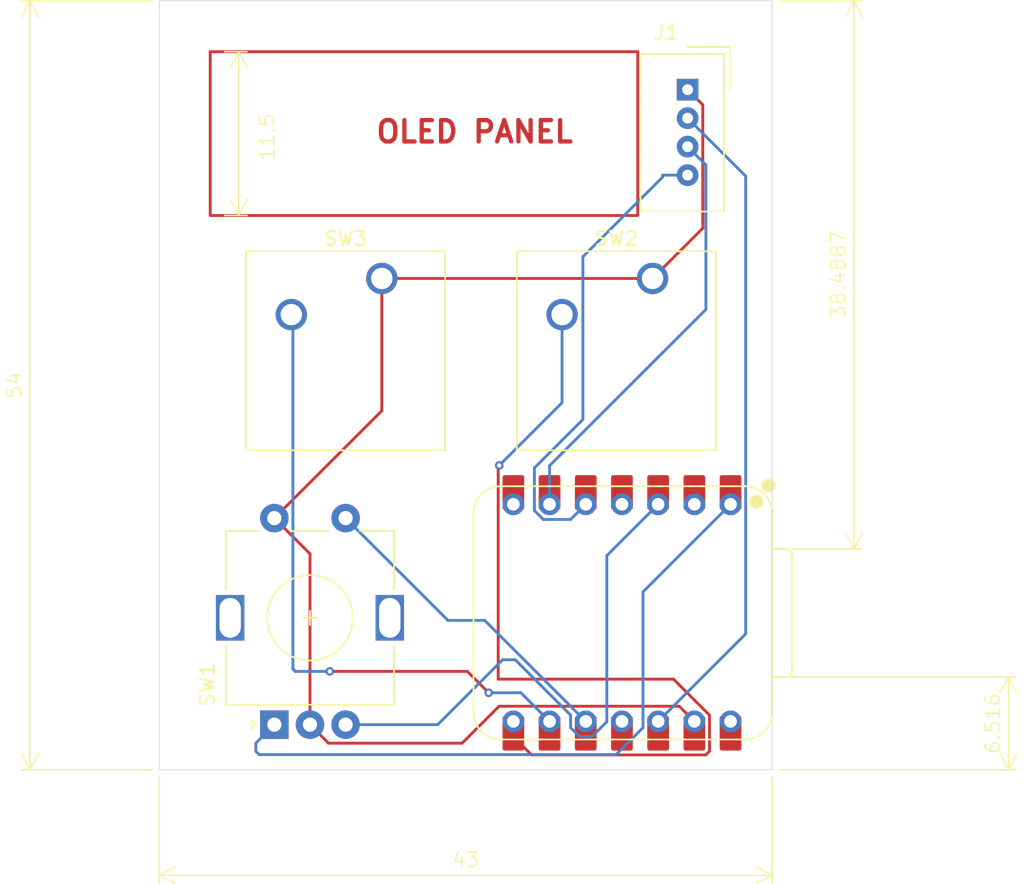
<source format=kicad_pcb>
(kicad_pcb (version 20241229) (generator "pcbnew") (generator_version "9.0")
  (layers (0 "F.Cu" signal) (2 "B.Cu" signal) (13 "F.Paste" user) (15 "B.Paste" user) (5 "F.SilkS" user "F.Silkscreen") (7 "B.SilkS" user "B.Silkscreen") (1 "F.Mask" user) (3 "B.Mask" user) (25 "Edge.Cuts" user))
  (net 0 "")
  (net 1 "Net-(J1-Pin_2)")
  (net 2 "GND")
  (net 3 "Net-(J1-Pin_3)")
  (net 4 "Net-(J1-Pin_4)")
  (net 5 "Net-(U1-GPIO26{slash}ADC0{slash}A0)")
  (net 6 "Net-(U1-GPIO4{slash}MISO)")
  (net 7 "Net-(U1-GPIO28{slash}ADC2{slash}A2)")
  (net 8 "Net-(U1-GPIO1{slash}RX)")
  (net 9 "Net-(U1-GPIO2{slash}SCK)")
  (net 12 "+5V")
  (footprint "Seeed Studio XIAO Series Library:XIAO-RP2040-DIP" (layer "F.Cu") (at 159.3915 113.4 -90)
    (property "Reference" "U1" (hide yes))
    (property "Value" "XIAO-RP2040-DIP")
    (fp_line (start -6.985 10.414) (end 6.985 10.414) (stroke (width 0.127)) (layer "F.SilkS"))
    (fp_line (start -8.89 8.509) (end -8.89 -8.636) (stroke (width 0.127)) (layer "F.SilkS"))
    (fp_line (start 8.89 8.509) (end 8.89 -8.636) (stroke (width 0.127)) (layer "F.SilkS"))
    (fp_line (start -4.495 -10.541) (end -4.491272 -11.451272) (stroke (width 0.127)) (layer "F.SilkS"))
    (fp_line (start 6.985 -10.541) (end -6.985 -10.541) (stroke (width 0.1)) (layer "F.SilkS"))
    (fp_line (start 6.985 -10.541) (end -6.985 -10.541) (stroke (width 0.127)) (layer "F.SilkS"))
    (fp_line (start 4.504 -11.451) (end 4.504 -10.541) (stroke (width 0.127)) (layer "F.SilkS"))
    (fp_line (start -3.991272 -11.951) (end 4.004 -11.951) (stroke (width 0.127)) (layer "F.SilkS"))
    (fp_arc (start -6.985 10.414) (mid -8.332038 9.856038) (end -8.89 8.509) (stroke (width 0.127)) (layer "F.SilkS"))
    (fp_arc (start 8.89 8.509) (mid 8.332038 9.856038) (end 6.985 10.414) (stroke (width 0.127)) (layer "F.SilkS"))
    (fp_arc (start -8.89 -8.636) (mid -8.332038 -9.983038) (end -6.985 -10.541) (stroke (width 0.127)) (layer "F.SilkS"))
    (fp_arc (start 6.985 -10.541) (mid 8.332038 -9.983038) (end 8.89 -8.636) (stroke (width 0.127)) (layer "F.SilkS"))
    (fp_arc (start -4.491272 -11.451272) (mid -4.344728 -11.80464) (end -3.991272 -11.951) (stroke (width 0.127)) (layer "F.SilkS"))
    (fp_arc (start 4.004 -11.951) (mid 4.357553 -11.804553) (end 4.504 -11.451) (stroke (width 0.127)) (layer "F.SilkS"))
    (fp_circle (center -7.807 -9.42) (end -7.807 -9.674) (stroke (width 0.5)) (fill yes) (layer "F.SilkS"))
    (fp_circle (center -8.95 -10.3) (end -8.95 -10.554) (stroke (width 0.5)) (fill yes) (layer "F.SilkS"))
    (pad "1" smd roundrect (at -8.455 -7.62 90) (size 2.432 1.524) (layers "F.Cu" "F.Mask") (roundrect_rratio 0.1) (net 5 "Net-(U1-GPIO26{slash}ADC0{slash}A0)"))
    (pad "1" thru_hole circle (at -7.62 -7.62 90) (size 1.524 1.524) (drill 0.889) (layers "*.Cu" "*.Mask") (net 5 "Net-(U1-GPIO26{slash}ADC0{slash}A0)"))
    (pad "2" smd roundrect (at -8.455 -5.08 90) (size 2.432 1.524) (layers "F.Cu" "F.Mask") (roundrect_rratio 0.1))
    (pad "2" thru_hole circle (at -7.62 -5.08 90) (size 1.524 1.524) (drill 0.889) (layers "*.Cu" "*.Mask"))
    (pad "3" smd roundrect (at -8.455 -2.54 90) (size 2.432 1.524) (layers "F.Cu" "F.Mask") (roundrect_rratio 0.1) (net 7 "Net-(U1-GPIO28{slash}ADC2{slash}A2)"))
    (pad "3" thru_hole circle (at -7.62 -2.54 90) (size 1.524 1.524) (drill 0.889) (layers "*.Cu" "*.Mask") (net 7 "Net-(U1-GPIO28{slash}ADC2{slash}A2)"))
    (pad "4" smd roundrect (at -8.455 0 90) (size 2.432 1.524) (layers "F.Cu" "F.Mask") (roundrect_rratio 0.1))
    (pad "4" thru_hole circle (at -7.62 0 90) (size 1.524 1.524) (drill 0.889) (layers "*.Cu" "*.Mask"))
    (pad "5" smd roundrect (at -8.455 2.54 90) (size 2.432 1.524) (layers "F.Cu" "F.Mask") (roundrect_rratio 0.1) (net 4 "Net-(J1-Pin_4)"))
    (pad "5" thru_hole circle (at -7.62 2.54 90) (size 1.524 1.524) (drill 0.889) (layers "*.Cu" "*.Mask") (net 4 "Net-(J1-Pin_4)"))
    (pad "6" smd roundrect (at -8.455 5.08 90) (size 2.432 1.524) (layers "F.Cu" "F.Mask") (roundrect_rratio 0.1) (net 3 "Net-(J1-Pin_3)"))
    (pad "6" thru_hole circle (at -7.62 5.08 90) (size 1.524 1.524) (drill 0.889) (layers "*.Cu" "*.Mask") (net 3 "Net-(J1-Pin_3)"))
    (pad "7" smd roundrect (at -8.455 7.62 90) (size 2.432 1.524) (layers "F.Cu" "F.Mask") (roundrect_rratio 0.1))
    (pad "7" thru_hole circle (at -7.62 7.62 90) (size 1.524 1.524) (drill 0.889) (layers "*.Cu" "*.Mask"))
    (pad "8" thru_hole circle (at 7.62 7.62 270) (size 1.524 1.524) (drill 0.889) (layers "*.Cu" "*.Mask") (net 8 "Net-(U1-GPIO1{slash}RX)"))
    (pad "8" smd roundrect (at 8.455 7.62 270) (size 2.432 1.524) (layers "F.Cu" "F.Mask") (roundrect_rratio 0.1) (net 8 "Net-(U1-GPIO1{slash}RX)"))
    (pad "9" thru_hole circle (at 7.62 5.08 270) (size 1.524 1.524) (drill 0.889) (layers "*.Cu" "*.Mask") (net 9 "Net-(U1-GPIO2{slash}SCK)"))
    (pad "9" smd roundrect (at 8.455 5.08 270) (size 2.432 1.524) (layers "F.Cu" "F.Mask") (roundrect_rratio 0.1) (net 9 "Net-(U1-GPIO2{slash}SCK)"))
    (pad "10" thru_hole circle (at 7.62 2.54 270) (size 1.524 1.524) (drill 0.889) (layers "*.Cu" "*.Mask") (net 6 "Net-(U1-GPIO4{slash}MISO)"))
    (pad "10" smd roundrect (at 8.455 2.54 270) (size 2.432 1.524) (layers "F.Cu" "F.Mask") (roundrect_rratio 0.1) (net 6 "Net-(U1-GPIO4{slash}MISO)"))
    (pad "11" thru_hole circle (at 7.62 0 270) (size 1.524 1.524) (drill 0.889) (layers "*.Cu" "*.Mask"))
    (pad "11" smd roundrect (at 8.455 0 270) (size 2.432 1.524) (layers "F.Cu" "F.Mask") (roundrect_rratio 0.1))
    (pad "12" thru_hole circle (at 7.62 -2.54 270) (size 1.524 1.524) (drill 0.889) (layers "*.Cu" "*.Mask") (net 1 "Net-(J1-Pin_2)"))
    (pad "12" smd roundrect (at 8.455 -2.54 270) (size 2.432 1.524) (layers "F.Cu" "F.Mask") (roundrect_rratio 0.1) (net 1 "Net-(J1-Pin_2)"))
    (pad "13" thru_hole circle (at 7.62 -5.08 270) (size 1.524 1.524) (drill 0.889) (layers "*.Cu" "*.Mask") (net 2 "GND"))
    (pad "13" smd roundrect (at 8.455 -5.08 270) (size 2.432 1.524) (layers "F.Cu" "F.Mask") (roundrect_rratio 0.1) (net 2 "GND"))
    (pad "14" thru_hole circle (at 7.62 -7.62 270) (size 1.524 1.524) (drill 0.889) (layers "*.Cu" "*.Mask") (net 12 "+5V"))
    (pad "14" smd roundrect (at 8.455 -7.62 270) (size 2.432 1.524) (layers "F.Cu" "F.Mask") (roundrect_rratio 0.1) (net 12 "+5V"))
  )
  (footprint "Button_Switch_Keyboard:SW_Cherry_MX_1.00u_PCB" (layer "F.Cu") (at 142.54 89.92)
    (property "Reference" "SW3" (at -2.54 -2.794 0) (layer "F.SilkS"))
    (property "Value" "SW_Push")
    (fp_line (start -9.525 -1.905) (end 4.445 -1.905) (stroke (width 0.12)) (layer "F.SilkS"))
    (fp_line (start -9.525 12.065) (end -9.525 -1.905) (stroke (width 0.12)) (layer "F.SilkS"))
    (fp_line (start 4.445 -1.905) (end 4.445 12.065) (stroke (width 0.12)) (layer "F.SilkS"))
    (fp_line (start 4.445 12.065) (end -9.525 12.065) (stroke (width 0.12)) (layer "F.SilkS"))
    (pad "" np_thru_hole circle (at -7.62 5.08) (size 1.7 1.7) (drill 1.7) (layers "*.Cu" "*.Mask"))
    (pad "" np_thru_hole circle (at -2.54 5.08) (size 4 4) (drill 4) (layers "*.Cu" "*.Mask"))
    (pad "" np_thru_hole circle (at 2.54 5.08) (size 1.7 1.7) (drill 1.7) (layers "*.Cu" "*.Mask"))
    (pad "1" thru_hole circle (at 0 0) (size 2.2 2.2) (drill 1.5) (layers "*.Cu" "*.Mask") (net 2 "GND"))
    (pad "2" thru_hole circle (at -6.35 2.54) (size 2.2 2.2) (drill 1.5) (layers "*.Cu" "*.Mask") (net 9 "Net-(U1-GPIO2{slash}SCK)"))
  )
  (footprint "Connector:NS-Tech_Grove_1x04_P2mm_Vertical" (layer "F.Cu") (at 164 76.6675)
    (property "Reference" "J1" (at -1.5 -4 0) (layer "F.SilkS"))
    (property "Value" "GND-VCC-SCL-SDA")
    (fp_line (start -3.3 -2.5) (end -3.3 0.15) (stroke (width 0.12)) (layer "F.SilkS"))
    (fp_line (start -3.3 -2.5) (end 2.55 -2.5) (stroke (width 0.12)) (layer "F.SilkS"))
    (fp_line (start -3.3 0.4) (end -3.3 1) (stroke (width 0.12)) (layer "F.SilkS"))
    (fp_line (start -3.3 1.25) (end -3.3 4.75) (stroke (width 0.12)) (layer "F.SilkS"))
    (fp_line (start -3.3 5) (end -3.3 5.6) (stroke (width 0.12)) (layer "F.SilkS"))
    (fp_line (start -3.3 5.9) (end -3.3 8.55) (stroke (width 0.12)) (layer "F.SilkS"))
    (fp_line (start -3.3 8.55) (end 2.55 8.55) (stroke (width 0.12)) (layer "F.SilkS"))
    (fp_line (start 0 -3) (end 3 -3) (stroke (width 0.12)) (layer "F.SilkS"))
    (fp_line (start 2.55 -2.5) (end 2.55 8.55) (stroke (width 0.12)) (layer "F.SilkS"))
    (fp_line (start 3 -3) (end 3 0) (stroke (width 0.12)) (layer "F.SilkS"))
    (pad "1" thru_hole rect (at 0 0) (size 1.524 1.524) (drill 0.762) (layers "*.Cu" "*.Mask") (net 2 "GND"))
    (pad "2" thru_hole circle (at 0 2) (size 1.524 1.524) (drill 0.762) (layers "*.Cu" "*.Mask") (net 1 "Net-(J1-Pin_2)"))
    (pad "3" thru_hole circle (at 0 4) (size 1.524 1.524) (drill 0.762) (layers "*.Cu" "*.Mask") (net 3 "Net-(J1-Pin_3)"))
    (pad "4" thru_hole circle (at 0 6) (size 1.524 1.524) (drill 0.762) (layers "*.Cu" "*.Mask") (net 4 "Net-(J1-Pin_4)"))
  )
  (footprint "Rotary_Encoder:RotaryEncoder_Alps_EC11E-Switch_Vertical_H20mm" (layer "F.Cu") (at 135 121.25 90)
    (property "Reference" "SW1" (at 2.8 -4.7 90) (layer "F.SilkS"))
    (property "Value" "RotaryEncoder_Switch")
    (fp_line (start 13.6 -3.4) (end 13.6 -1) (stroke (width 0.12)) (layer "F.SilkS"))
    (fp_line (start 9.5 -3.4) (end 13.6 -3.4) (stroke (width 0.12)) (layer "F.SilkS"))
    (fp_line (start 5.5 -3.4) (end 1.4 -3.4) (stroke (width 0.12)) (layer "F.SilkS"))
    (fp_line (start 1.4 -3.4) (end 1.4 8.4) (stroke (width 0.12)) (layer "F.SilkS"))
    (fp_line (start 0.3 -1.6) (end 0 -1.3) (stroke (width 0.12)) (layer "F.SilkS"))
    (fp_line (start -0.3 -1.6) (end 0.3 -1.6) (stroke (width 0.12)) (layer "F.SilkS"))
    (fp_line (start 0 -1.3) (end -0.3 -1.6) (stroke (width 0.12)) (layer "F.SilkS"))
    (fp_line (start 13.6 1.2) (end 13.6 3.8) (stroke (width 0.12)) (layer "F.SilkS"))
    (fp_line (start 7.5 2) (end 7.5 3) (stroke (width 0.12)) (layer "F.SilkS"))
    (fp_line (start 7 2.5) (end 8 2.5) (stroke (width 0.12)) (layer "F.SilkS"))
    (fp_line (start 13.6 6) (end 13.6 8.4) (stroke (width 0.12)) (layer "F.SilkS"))
    (fp_line (start 13.6 8.4) (end 9.5 8.4) (stroke (width 0.12)) (layer "F.SilkS"))
    (fp_line (start 5.5 8.4) (end 1.4 8.4) (stroke (width 0.12)) (layer "F.SilkS"))
    (fp_circle (center 7.5 2.5) (end 10.5 2.5) (stroke (width 0.12)) (fill no) (layer "F.SilkS"))
    (pad "A" thru_hole rect (at 0 0 90) (size 2 2) (drill 1) (layers "*.Cu" "*.Mask") (net 5 "Net-(U1-GPIO26{slash}ADC0{slash}A0)"))
    (pad "B" thru_hole circle (at 0 5 90) (size 2 2) (drill 1) (layers "*.Cu" "*.Mask") (net 7 "Net-(U1-GPIO28{slash}ADC2{slash}A2)"))
    (pad "C" thru_hole circle (at 0 2.5 90) (size 2 2) (drill 1) (layers "*.Cu" "*.Mask") (net 2 "GND"))
    (pad "MP" thru_hole rect (at 7.5 -3.1 90) (size 3.2 2) (drill oval 2.8 1.5) (layers "*.Cu" "*.Mask"))
    (pad "MP" thru_hole rect (at 7.5 8.1 90) (size 3.2 2) (drill oval 2.8 1.5) (layers "*.Cu" "*.Mask"))
    (pad "S1" thru_hole circle (at 14.5 5 90) (size 2 2) (drill 1) (layers "*.Cu" "*.Mask") (net 6 "Net-(U1-GPIO4{slash}MISO)"))
    (pad "S2" thru_hole circle (at 14.5 0 90) (size 2 2) (drill 1) (layers "*.Cu" "*.Mask") (net 2 "GND"))
  )
  (footprint "Button_Switch_Keyboard:SW_Cherry_MX_1.00u_PCB" (layer "F.Cu") (at 161.54 89.92)
    (property "Reference" "SW2" (at -2.54 -2.794 0) (layer "F.SilkS"))
    (property "Value" "SW_Push")
    (fp_line (start -9.525 -1.905) (end 4.445 -1.905) (stroke (width 0.12)) (layer "F.SilkS"))
    (fp_line (start -9.525 12.065) (end -9.525 -1.905) (stroke (width 0.12)) (layer "F.SilkS"))
    (fp_line (start 4.445 -1.905) (end 4.445 12.065) (stroke (width 0.12)) (layer "F.SilkS"))
    (fp_line (start 4.445 12.065) (end -9.525 12.065) (stroke (width 0.12)) (layer "F.SilkS"))
    (pad "" np_thru_hole circle (at -7.62 5.08) (size 1.7 1.7) (drill 1.7) (layers "*.Cu" "*.Mask"))
    (pad "" np_thru_hole circle (at -2.54 5.08) (size 4 4) (drill 4) (layers "*.Cu" "*.Mask"))
    (pad "" np_thru_hole circle (at 2.54 5.08) (size 1.7 1.7) (drill 1.7) (layers "*.Cu" "*.Mask"))
    (pad "1" thru_hole circle (at 0 0) (size 2.2 2.2) (drill 1.5) (layers "*.Cu" "*.Mask") (net 2 "GND"))
    (pad "2" thru_hole circle (at -6.35 2.54) (size 2.2 2.2) (drill 1.5) (layers "*.Cu" "*.Mask") (net 8 "Net-(U1-GPIO1{slash}RX)"))
  )
  (gr_rect (start 130.5 74) (end 160.5 85.5) (stroke (width 0.2)) (fill no) (layer "F.Cu"))
  (gr_rect (start 126.93 70.42) (end 169.93 124.42) (stroke (width 0.05)) (fill no) (layer "Edge.Cuts"))
  (gr_text "OLED PANEL" (at 142 80.5 -0) (layer "F.Cu") (effects (font (size 1.5 1.5) (thickness 0.3) (bold yes)) (justify left bottom)))
  (dimension (type orthogonal) (layer "F.SilkS") (pts (xy 126.93 124.42) (xy 169.93 124.42)) (height 7.41) (orientation 0) (format (prefix "") (suffix "") (units 3) (units_format 0) (precision 4) (suppress_zeroes yes)) (style (thickness 0.1) (arrow_length 1.27) (text_position_mode 0) (arrow_direction outward) (extension_height 0.58642) (extension_offset 0.5) (keep_text_aligned yes)) (gr_text "43" (at 148.43 130.73 0) (layer "F.SilkS") (effects (font (size 1 1) (thickness 0.1)))))
  (dimension (type orthogonal) (layer "F.SilkS") (pts (xy 169.93 124.42) (xy 169.82 117.904)) (height 16.59) (orientation 1) (format (prefix "") (suffix "") (units 3) (units_format 0) (precision 4) (suppress_zeroes yes)) (style (thickness 0.1) (arrow_length 1.27) (text_position_mode 0) (arrow_direction outward) (extension_height 0.58642) (extension_offset 0.5) (keep_text_aligned yes)) (gr_text "6.516" (at 185.42 121.162 90) (layer "F.SilkS") (effects (font (size 1 1) (thickness 0.1)))))
  (dimension (type orthogonal) (layer "F.SilkS") (pts (xy 126.93 70.42) (xy 126.93 124.42)) (height -9.08) (orientation 1) (format (prefix "") (suffix "") (units 3) (units_format 0) (precision 4) (suppress_zeroes yes)) (style (thickness 0.1) (arrow_length 1.27) (text_position_mode 0) (arrow_direction outward) (extension_height 0.58642) (extension_offset 0.5) (keep_text_aligned yes)) (gr_text "54" (at 116.75 97.42 90) (layer "F.SilkS") (effects (font (size 1 1) (thickness 0.1)))))
  (dimension (type orthogonal) (layer "F.SilkS") (pts (xy 170.839855 108.908735) (xy 169.93 70.42)) (height 4.830145) (orientation 1) (format (prefix "") (suffix "") (units 3) (units_format 0) (precision 4) (suppress_zeroes yes)) (style (thickness 0.1) (arrow_length 1.27) (text_position_mode 0) (arrow_direction outward) (extension_height 0.58642) (extension_offset 0.5) (keep_text_aligned yes)) (gr_text "38.4887" (at 174.57 89.664367 90) (layer "F.SilkS") (effects (font (size 1 1) (thickness 0.1)))))
  (dimension (type orthogonal) (layer "F.SilkS") (pts (xy 131 85.5) (xy 131 74)) (height 1.5) (orientation 1) (format (prefix "") (suffix "") (units 3) (units_format 0) (precision 4) (suppress_zeroes yes)) (style (thickness 0.1) (arrow_length 1.27) (text_position_mode 2) (arrow_direction outward) (extension_height 0.58642) (extension_offset 0.5) (keep_text_aligned yes)) (gr_text "11.5" (at 134.5 80 90) (layer "F.SilkS") (effects (font (size 1 1) (thickness 0.1)))))
  (segment (start 168.0745 82.742) (end 168.0745 114.877) (width 0.2) (layer "B.Cu") (net 1))
  (segment (start 164 78.6675) (end 168.0745 82.742) (width 0.2) (layer "B.Cu") (net 1))
  (segment (start 168.0745 114.877) (end 161.9315 121.02) (width 0.2) (layer "B.Cu") (net 1))
  (segment (start 142.54 99.21) (end 135 106.75) (width 0.2) (layer "F.Cu") (net 2))
  (segment (start 165.063 77.7305) (end 165.063 86.397) (width 0.2) (layer "F.Cu") (net 2))
  (segment (start 165.063 86.397) (end 161.54 89.92) (width 0.2) (layer "F.Cu") (net 2))
  (segment (start 137.5 121.25) (end 138.801 122.551) (width 0.2) (layer "F.Cu") (net 2))
  (segment (start 137.5 109.25) (end 137.5 121.25) (width 0.2) (layer "F.Cu") (net 2))
  (segment (start 164 76.6675) (end 165.063 77.7305) (width 0.2) (layer "F.Cu") (net 2))
  (segment (start 138.801 122.551) (end 148.17719 122.551) (width 0.2) (layer "F.Cu") (net 2))
  (segment (start 150.77119 119.957) (end 163.4085 119.957) (width 0.2) (layer "F.Cu") (net 2))
  (segment (start 148.17719 122.551) (end 150.77119 119.957) (width 0.2) (layer "F.Cu") (net 2))
  (segment (start 163.4085 119.957) (end 164.4715 121.02) (width 0.2) (layer "F.Cu") (net 2))
  (segment (start 161.54 89.92) (end 142.54 89.92) (width 0.2) (layer "F.Cu") (net 2))
  (segment (start 142.54 89.92) (end 142.54 99.21) (width 0.2) (layer "F.Cu") (net 2))
  (segment (start 135 106.75) (end 137.5 109.25) (width 0.2) (layer "F.Cu") (net 2))
  (segment (start 154.3115 103.07003) (end 154.3115 105.78) (width 0.2) (layer "B.Cu") (net 3))
  (segment (start 165.281 92.10053) (end 154.3115 103.07003) (width 0.2) (layer "B.Cu") (net 3))
  (segment (start 164 80.6675) (end 163.675508 80.6675) (width 0.2) (layer "B.Cu") (net 3))
  (segment (start 164 80.6675) (end 165.281 81.9485) (width 0.2) (layer "B.Cu") (net 3))
  (segment (start 165.281 81.9485) (end 165.281 92.10053) (width 0.2) (layer "B.Cu") (net 3))
  (segment (start 153.2485 106.22031) (end 153.87119 106.843) (width 0.2) (layer "B.Cu") (net 4))
  (segment (start 153.2485 103.22537) (end 153.2485 106.22031) (width 0.2) (layer "B.Cu") (net 4))
  (segment (start 153.87119 106.843) (end 155.7885 106.843) (width 0.2) (layer "B.Cu") (net 4))
  (segment (start 162.242608 82.6675) (end 162.242608 82.804892) (width 0.2) (layer "B.Cu") (net 4))
  (segment (start 156.649 99.82487) (end 153.2485 103.22537) (width 0.2) (layer "B.Cu") (net 4))
  (segment (start 162.242608 82.804892) (end 156.649 88.3985) (width 0.2) (layer "B.Cu") (net 4))
  (segment (start 156.649 88.3985) (end 156.649 99.82487) (width 0.2) (layer "B.Cu") (net 4))
  (segment (start 164 82.6675) (end 162.242608 82.6675) (width 0.2) (layer "B.Cu") (net 4))
  (segment (start 155.7885 106.843) (end 156.8515 105.78) (width 0.2) (layer "B.Cu") (net 4))
  (segment (start 160.8685 121.46031) (end 160.8685 111.923) (width 0.2) (layer "B.Cu") (net 5))
  (segment (start 133.699 123.1181) (end 133.9339 123.353) (width 0.2) (layer "B.Cu") (net 5))
  (segment (start 160.8685 111.923) (end 167.0115 105.78) (width 0.2) (layer "B.Cu") (net 5))
  (segment (start 167.2165 105.985) (end 167.0115 105.78) (width 0.2) (layer "B.Cu") (net 5))
  (segment (start 167.2165 106.43969) (end 167.2165 105.985) (width 0.2) (layer "B.Cu") (net 5))
  (segment (start 158.97581 123.353) (end 160.8685 121.46031) (width 0.2) (layer "B.Cu") (net 5))
  (segment (start 133.699 122.551) (end 133.699 123.1181) (width 0.2) (layer "B.Cu") (net 5))
  (segment (start 135 121.25) (end 133.699 122.551) (width 0.2) (layer "B.Cu") (net 5))
  (segment (start 133.9339 123.353) (end 158.97581 123.353) (width 0.2) (layer "B.Cu") (net 5))
  (segment (start 147.16 113.91) (end 147.16 113.93) (width 0.2) (layer "B.Cu") (net 6))
  (segment (start 149.7615 113.93) (end 156.8515 121.02) (width 0.2) (layer "B.Cu") (net 6))
  (segment (start 147.16 113.93) (end 149.7615 113.93) (width 0.2) (layer "B.Cu") (net 6))
  (segment (start 140 106.75) (end 147.16 113.91) (width 0.2) (layer "B.Cu") (net 6))
  (segment (start 146.4615 121.25) (end 151.0187 116.6928) (width 0.2) (layer "B.Cu") (net 7))
  (segment (start 158.3285 121.04631) (end 158.3285 109.383) (width 0.2) (layer "B.Cu") (net 7))
  (segment (start 158.3285 109.383) (end 161.9315 105.78) (width 0.2) (layer "B.Cu") (net 7))
  (segment (start 151.0187 116.6928) (end 151.90161 116.6928) (width 0.2) (layer "B.Cu") (net 7))
  (segment (start 157.29181 122.083) (end 158.3285 121.04631) (width 0.2) (layer "B.Cu") (net 7))
  (segment (start 151.90161 116.6928) (end 155.7885 120.57969) (width 0.2) (layer "B.Cu") (net 7))
  (segment (start 155.7885 120.57969) (end 155.7885 121.46031) (width 0.2) (layer "B.Cu") (net 7))
  (segment (start 156.41119 122.083) (end 157.29181 122.083) (width 0.2) (layer "B.Cu") (net 7))
  (segment (start 140 121.25) (end 146.4615 121.25) (width 0.2) (layer "B.Cu") (net 7))
  (segment (start 155.7885 121.46031) (end 156.41119 122.083) (width 0.2) (layer "B.Cu") (net 7))
  (segment (start 153.04587 123.372) (end 151.7715 122.09763) (width 0.2) (layer "F.Cu") (net 8))
  (segment (start 151.7715 122.09763) (end 151.7715 121.02) (width 0.2) (layer "F.Cu") (net 8))
  (segment (start 150.78 103.05) (end 150.7085 103.1215) (width 0.2) (layer "F.Cu") (net 8))
  (segment (start 150.7085 103.1215) (end 150.7085 118.0545) (width 0.2) (layer "F.Cu") (net 8))
  (segment (start 163.00931 118.0545) (end 165.5345 120.57969) (width 0.2) (layer "F.Cu") (net 8))
  (segment (start 165.5345 120.57969) (end 165.5345 123.110626) (width 0.2) (layer "F.Cu") (net 8))
  (segment (start 165.5345 123.110626) (end 165.273126 123.372) (width 0.2) (layer "F.Cu") (net 8))
  (segment (start 150.7085 118.0545) (end 163.00931 118.0545) (width 0.2) (layer "F.Cu") (net 8))
  (segment (start 165.273126 123.372) (end 153.04587 123.372) (width 0.2) (layer "F.Cu") (net 8))
  (via (at 150.78 103.05) (size 0.6) (drill 0.3) (layers "F.Cu" "B.Cu") (net 8))
  (segment (start 155.19 98.64) (end 150.8 103.03) (width 0.2) (layer "B.Cu") (net 8))
  (segment (start 155.19 92.46) (end 155.19 94.64809) (width 0.2) (layer "B.Cu") (net 8))
  (segment (start 150.8 103.03) (end 150.78 103.05) (width 0.2) (layer "B.Cu") (net 8))
  (segment (start 155.19 94.64809) (end 155.19 98.64) (width 0.2) (layer "B.Cu") (net 8))
  (segment (start 150.04 119.01) (end 148.54 117.51) (width 0.2) (layer "F.Cu") (net 9))
  (segment (start 148.54 117.51) (end 138.89 117.51) (width 0.2) (layer "F.Cu") (net 9))
  (via (at 138.89 117.51) (size 0.6) (drill 0.3) (layers "F.Cu" "B.Cu") (net 9))
  (via (at 150.04 119.01) (size 0.6) (drill 0.3) (layers "F.Cu" "B.Cu") (net 9))
  (segment (start 136.19 92.46) (end 136.301 92.571) (width 0.2) (layer "B.Cu") (net 9))
  (segment (start 136.301 92.571) (end 136.301 117.347) (width 0.2) (layer "B.Cu") (net 9))
  (segment (start 154.3115 121.02) (end 152.3015 119.01) (width 0.2) (layer "B.Cu") (net 9))
  (segment (start 138.89 117.51) (end 136.464 117.51) (width 0.2) (layer "B.Cu") (net 9))
  (segment (start 136.464 117.51) (end 136.301 117.347) (width 0.2) (layer "B.Cu") (net 9))
  (segment (start 152.3015 119.01) (end 150.04 119.01) (width 0.2) (layer "B.Cu") (net 9))
)
</source>
